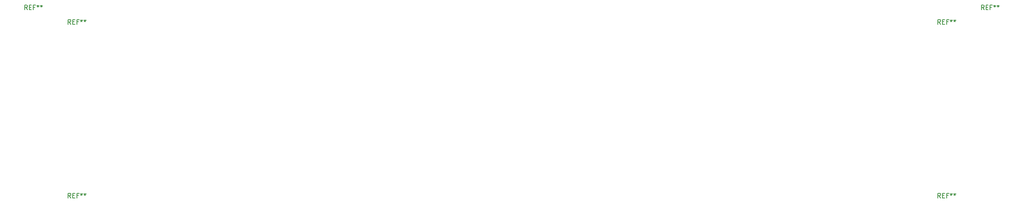
<source format=gbr>
%TF.GenerationSoftware,KiCad,Pcbnew,9.0.3*%
%TF.CreationDate,2025-08-25T21:29:52+09:00*%
%TF.ProjectId,forty,666f7274-792e-46b6-9963-61645f706362,rev?*%
%TF.SameCoordinates,Original*%
%TF.FileFunction,Legend,Top*%
%TF.FilePolarity,Positive*%
%FSLAX46Y46*%
G04 Gerber Fmt 4.6, Leading zero omitted, Abs format (unit mm)*
G04 Created by KiCad (PCBNEW 9.0.3) date 2025-08-25 21:29:52*
%MOMM*%
%LPD*%
G01*
G04 APERTURE LIST*
%ADD10C,0.150000*%
%ADD11C,6.400000*%
%ADD12O,1.000000X2.100000*%
%ADD13O,1.000000X1.600000*%
%ADD14C,0.650000*%
%ADD15C,1.900000*%
%ADD16C,3.000000*%
%ADD17C,3.200000*%
G04 APERTURE END LIST*
D10*
X43910416Y-45492319D02*
X43577083Y-45016128D01*
X43338988Y-45492319D02*
X43338988Y-44492319D01*
X43338988Y-44492319D02*
X43719940Y-44492319D01*
X43719940Y-44492319D02*
X43815178Y-44539938D01*
X43815178Y-44539938D02*
X43862797Y-44587557D01*
X43862797Y-44587557D02*
X43910416Y-44682795D01*
X43910416Y-44682795D02*
X43910416Y-44825652D01*
X43910416Y-44825652D02*
X43862797Y-44920890D01*
X43862797Y-44920890D02*
X43815178Y-44968509D01*
X43815178Y-44968509D02*
X43719940Y-45016128D01*
X43719940Y-45016128D02*
X43338988Y-45016128D01*
X44338988Y-44968509D02*
X44672321Y-44968509D01*
X44815178Y-45492319D02*
X44338988Y-45492319D01*
X44338988Y-45492319D02*
X44338988Y-44492319D01*
X44338988Y-44492319D02*
X44815178Y-44492319D01*
X45577083Y-44968509D02*
X45243750Y-44968509D01*
X45243750Y-45492319D02*
X45243750Y-44492319D01*
X45243750Y-44492319D02*
X45719940Y-44492319D01*
X46243750Y-44492319D02*
X46243750Y-44730414D01*
X46005655Y-44635176D02*
X46243750Y-44730414D01*
X46243750Y-44730414D02*
X46481845Y-44635176D01*
X46100893Y-44920890D02*
X46243750Y-44730414D01*
X46243750Y-44730414D02*
X46386607Y-44920890D01*
X47005655Y-44492319D02*
X47005655Y-44730414D01*
X46767560Y-44635176D02*
X47005655Y-44730414D01*
X47005655Y-44730414D02*
X47243750Y-44635176D01*
X46862798Y-44920890D02*
X47005655Y-44730414D01*
X47005655Y-44730414D02*
X47148512Y-44920890D01*
X253460416Y-45492319D02*
X253127083Y-45016128D01*
X252888988Y-45492319D02*
X252888988Y-44492319D01*
X252888988Y-44492319D02*
X253269940Y-44492319D01*
X253269940Y-44492319D02*
X253365178Y-44539938D01*
X253365178Y-44539938D02*
X253412797Y-44587557D01*
X253412797Y-44587557D02*
X253460416Y-44682795D01*
X253460416Y-44682795D02*
X253460416Y-44825652D01*
X253460416Y-44825652D02*
X253412797Y-44920890D01*
X253412797Y-44920890D02*
X253365178Y-44968509D01*
X253365178Y-44968509D02*
X253269940Y-45016128D01*
X253269940Y-45016128D02*
X252888988Y-45016128D01*
X253888988Y-44968509D02*
X254222321Y-44968509D01*
X254365178Y-45492319D02*
X253888988Y-45492319D01*
X253888988Y-45492319D02*
X253888988Y-44492319D01*
X253888988Y-44492319D02*
X254365178Y-44492319D01*
X255127083Y-44968509D02*
X254793750Y-44968509D01*
X254793750Y-45492319D02*
X254793750Y-44492319D01*
X254793750Y-44492319D02*
X255269940Y-44492319D01*
X255793750Y-44492319D02*
X255793750Y-44730414D01*
X255555655Y-44635176D02*
X255793750Y-44730414D01*
X255793750Y-44730414D02*
X256031845Y-44635176D01*
X255650893Y-44920890D02*
X255793750Y-44730414D01*
X255793750Y-44730414D02*
X255936607Y-44920890D01*
X256555655Y-44492319D02*
X256555655Y-44730414D01*
X256317560Y-44635176D02*
X256555655Y-44730414D01*
X256555655Y-44730414D02*
X256793750Y-44635176D01*
X256412798Y-44920890D02*
X256555655Y-44730414D01*
X256555655Y-44730414D02*
X256698512Y-44920890D01*
X243935416Y-86792319D02*
X243602083Y-86316128D01*
X243363988Y-86792319D02*
X243363988Y-85792319D01*
X243363988Y-85792319D02*
X243744940Y-85792319D01*
X243744940Y-85792319D02*
X243840178Y-85839938D01*
X243840178Y-85839938D02*
X243887797Y-85887557D01*
X243887797Y-85887557D02*
X243935416Y-85982795D01*
X243935416Y-85982795D02*
X243935416Y-86125652D01*
X243935416Y-86125652D02*
X243887797Y-86220890D01*
X243887797Y-86220890D02*
X243840178Y-86268509D01*
X243840178Y-86268509D02*
X243744940Y-86316128D01*
X243744940Y-86316128D02*
X243363988Y-86316128D01*
X244363988Y-86268509D02*
X244697321Y-86268509D01*
X244840178Y-86792319D02*
X244363988Y-86792319D01*
X244363988Y-86792319D02*
X244363988Y-85792319D01*
X244363988Y-85792319D02*
X244840178Y-85792319D01*
X245602083Y-86268509D02*
X245268750Y-86268509D01*
X245268750Y-86792319D02*
X245268750Y-85792319D01*
X245268750Y-85792319D02*
X245744940Y-85792319D01*
X246268750Y-85792319D02*
X246268750Y-86030414D01*
X246030655Y-85935176D02*
X246268750Y-86030414D01*
X246268750Y-86030414D02*
X246506845Y-85935176D01*
X246125893Y-86220890D02*
X246268750Y-86030414D01*
X246268750Y-86030414D02*
X246411607Y-86220890D01*
X247030655Y-85792319D02*
X247030655Y-86030414D01*
X246792560Y-85935176D02*
X247030655Y-86030414D01*
X247030655Y-86030414D02*
X247268750Y-85935176D01*
X246887798Y-86220890D02*
X247030655Y-86030414D01*
X247030655Y-86030414D02*
X247173512Y-86220890D01*
X53435416Y-86792319D02*
X53102083Y-86316128D01*
X52863988Y-86792319D02*
X52863988Y-85792319D01*
X52863988Y-85792319D02*
X53244940Y-85792319D01*
X53244940Y-85792319D02*
X53340178Y-85839938D01*
X53340178Y-85839938D02*
X53387797Y-85887557D01*
X53387797Y-85887557D02*
X53435416Y-85982795D01*
X53435416Y-85982795D02*
X53435416Y-86125652D01*
X53435416Y-86125652D02*
X53387797Y-86220890D01*
X53387797Y-86220890D02*
X53340178Y-86268509D01*
X53340178Y-86268509D02*
X53244940Y-86316128D01*
X53244940Y-86316128D02*
X52863988Y-86316128D01*
X53863988Y-86268509D02*
X54197321Y-86268509D01*
X54340178Y-86792319D02*
X53863988Y-86792319D01*
X53863988Y-86792319D02*
X53863988Y-85792319D01*
X53863988Y-85792319D02*
X54340178Y-85792319D01*
X55102083Y-86268509D02*
X54768750Y-86268509D01*
X54768750Y-86792319D02*
X54768750Y-85792319D01*
X54768750Y-85792319D02*
X55244940Y-85792319D01*
X55768750Y-85792319D02*
X55768750Y-86030414D01*
X55530655Y-85935176D02*
X55768750Y-86030414D01*
X55768750Y-86030414D02*
X56006845Y-85935176D01*
X55625893Y-86220890D02*
X55768750Y-86030414D01*
X55768750Y-86030414D02*
X55911607Y-86220890D01*
X56530655Y-85792319D02*
X56530655Y-86030414D01*
X56292560Y-85935176D02*
X56530655Y-86030414D01*
X56530655Y-86030414D02*
X56768750Y-85935176D01*
X56387798Y-86220890D02*
X56530655Y-86030414D01*
X56530655Y-86030414D02*
X56673512Y-86220890D01*
X243935416Y-48692319D02*
X243602083Y-48216128D01*
X243363988Y-48692319D02*
X243363988Y-47692319D01*
X243363988Y-47692319D02*
X243744940Y-47692319D01*
X243744940Y-47692319D02*
X243840178Y-47739938D01*
X243840178Y-47739938D02*
X243887797Y-47787557D01*
X243887797Y-47787557D02*
X243935416Y-47882795D01*
X243935416Y-47882795D02*
X243935416Y-48025652D01*
X243935416Y-48025652D02*
X243887797Y-48120890D01*
X243887797Y-48120890D02*
X243840178Y-48168509D01*
X243840178Y-48168509D02*
X243744940Y-48216128D01*
X243744940Y-48216128D02*
X243363988Y-48216128D01*
X244363988Y-48168509D02*
X244697321Y-48168509D01*
X244840178Y-48692319D02*
X244363988Y-48692319D01*
X244363988Y-48692319D02*
X244363988Y-47692319D01*
X244363988Y-47692319D02*
X244840178Y-47692319D01*
X245602083Y-48168509D02*
X245268750Y-48168509D01*
X245268750Y-48692319D02*
X245268750Y-47692319D01*
X245268750Y-47692319D02*
X245744940Y-47692319D01*
X246268750Y-47692319D02*
X246268750Y-47930414D01*
X246030655Y-47835176D02*
X246268750Y-47930414D01*
X246268750Y-47930414D02*
X246506845Y-47835176D01*
X246125893Y-48120890D02*
X246268750Y-47930414D01*
X246268750Y-47930414D02*
X246411607Y-48120890D01*
X247030655Y-47692319D02*
X247030655Y-47930414D01*
X246792560Y-47835176D02*
X247030655Y-47930414D01*
X247030655Y-47930414D02*
X247268750Y-47835176D01*
X246887798Y-48120890D02*
X247030655Y-47930414D01*
X247030655Y-47930414D02*
X247173512Y-48120890D01*
X53435416Y-48692319D02*
X53102083Y-48216128D01*
X52863988Y-48692319D02*
X52863988Y-47692319D01*
X52863988Y-47692319D02*
X53244940Y-47692319D01*
X53244940Y-47692319D02*
X53340178Y-47739938D01*
X53340178Y-47739938D02*
X53387797Y-47787557D01*
X53387797Y-47787557D02*
X53435416Y-47882795D01*
X53435416Y-47882795D02*
X53435416Y-48025652D01*
X53435416Y-48025652D02*
X53387797Y-48120890D01*
X53387797Y-48120890D02*
X53340178Y-48168509D01*
X53340178Y-48168509D02*
X53244940Y-48216128D01*
X53244940Y-48216128D02*
X52863988Y-48216128D01*
X53863988Y-48168509D02*
X54197321Y-48168509D01*
X54340178Y-48692319D02*
X53863988Y-48692319D01*
X53863988Y-48692319D02*
X53863988Y-47692319D01*
X53863988Y-47692319D02*
X54340178Y-47692319D01*
X55102083Y-48168509D02*
X54768750Y-48168509D01*
X54768750Y-48692319D02*
X54768750Y-47692319D01*
X54768750Y-47692319D02*
X55244940Y-47692319D01*
X55768750Y-47692319D02*
X55768750Y-47930414D01*
X55530655Y-47835176D02*
X55768750Y-47930414D01*
X55768750Y-47930414D02*
X56006845Y-47835176D01*
X55625893Y-48120890D02*
X55768750Y-47930414D01*
X55768750Y-47930414D02*
X55911607Y-48120890D01*
X56530655Y-47692319D02*
X56530655Y-47930414D01*
X56292560Y-47835176D02*
X56530655Y-47930414D01*
X56530655Y-47930414D02*
X56768750Y-47835176D01*
X56387798Y-48120890D02*
X56530655Y-47930414D01*
X56530655Y-47930414D02*
X56673512Y-48120890D01*
%LPC*%
D11*
%TO.C,REF\u002A\u002A*%
X45243750Y-52387500D03*
%TD*%
D12*
%TO.C,J1*%
X154320000Y-36130000D03*
D13*
X154320000Y-31950000D03*
D12*
X145680000Y-36130000D03*
D13*
X145680000Y-31950000D03*
D14*
X152890000Y-35600000D03*
X147110000Y-35600000D03*
%TD*%
D11*
%TO.C,REF\u002A\u002A*%
X254793750Y-52387500D03*
%TD*%
D15*
%TO.C,SW47*%
X260293750Y-100012500D03*
D16*
X258603750Y-102552500D03*
X252253750Y-105092500D03*
D15*
X249293750Y-100012500D03*
%TD*%
%TO.C,SW32*%
X184093750Y-80962500D03*
D16*
X182403750Y-83502500D03*
X176053750Y-86042500D03*
D15*
X173093750Y-80962500D03*
%TD*%
%TO.C,SW30*%
X145993750Y-80962500D03*
D16*
X144303750Y-83502500D03*
X137953750Y-86042500D03*
D15*
X134993750Y-80962500D03*
%TD*%
D17*
%TO.C,REF\u002A\u002A*%
X245268750Y-90487500D03*
%TD*%
D15*
%TO.C,SW10*%
X222193750Y-42862500D03*
D16*
X220503750Y-45402500D03*
X214153750Y-47942500D03*
D15*
X211193750Y-42862500D03*
%TD*%
%TO.C,SW38*%
X69793750Y-100012500D03*
D16*
X68103750Y-102552500D03*
X61753750Y-105092500D03*
D15*
X58793750Y-100012500D03*
%TD*%
D17*
%TO.C,REF\u002A\u002A*%
X54768750Y-90487500D03*
%TD*%
D15*
%TO.C,SW15*%
X88843750Y-61912500D03*
D16*
X87153750Y-64452500D03*
X80803750Y-66992500D03*
D15*
X77843750Y-61912500D03*
%TD*%
%TO.C,SW25*%
X50743750Y-80962500D03*
D16*
X49053750Y-83502500D03*
X42703750Y-86042500D03*
D15*
X39743750Y-80962500D03*
%TD*%
D17*
%TO.C,REF\u002A\u002A*%
X245268750Y-52387500D03*
%TD*%
D15*
%TO.C,SW5*%
X126943750Y-42862500D03*
D16*
X125253750Y-45402500D03*
X118903750Y-47942500D03*
D15*
X115943750Y-42862500D03*
%TD*%
%TO.C,SW24*%
X260293750Y-61912500D03*
D16*
X258603750Y-64452500D03*
X252253750Y-66992500D03*
D15*
X249293750Y-61912500D03*
%TD*%
%TO.C,SW37*%
X50743750Y-100012500D03*
D16*
X49053750Y-102552500D03*
X42703750Y-105092500D03*
D15*
X39743750Y-100012500D03*
%TD*%
%TO.C,SW23*%
X241243750Y-61912500D03*
D16*
X239553750Y-64452500D03*
X233203750Y-66992500D03*
D15*
X230243750Y-61912500D03*
%TD*%
%TO.C,SW42*%
X155518750Y-100012500D03*
D16*
X153828750Y-102552500D03*
X147478750Y-105092500D03*
D15*
X144518750Y-100012500D03*
%TD*%
%TO.C,SW20*%
X184093750Y-61912500D03*
D16*
X182403750Y-64452500D03*
X176053750Y-66992500D03*
D15*
X173093750Y-61912500D03*
%TD*%
%TO.C,SW18*%
X145993750Y-61912500D03*
D16*
X144303750Y-64452500D03*
X137953750Y-66992500D03*
D15*
X134993750Y-61912500D03*
%TD*%
%TO.C,SW7*%
X165043750Y-42862500D03*
D16*
X163353750Y-45402500D03*
X157003750Y-47942500D03*
D15*
X154043750Y-42862500D03*
%TD*%
%TO.C,SW8*%
X184093750Y-42862500D03*
D16*
X182403750Y-45402500D03*
X176053750Y-47942500D03*
D15*
X173093750Y-42862500D03*
%TD*%
%TO.C,SW29*%
X126943750Y-80962500D03*
D16*
X125253750Y-83502500D03*
X118903750Y-86042500D03*
D15*
X115943750Y-80962500D03*
%TD*%
%TO.C,SW11*%
X241243750Y-42862500D03*
D16*
X239553750Y-45402500D03*
X233203750Y-47942500D03*
D15*
X230243750Y-42862500D03*
%TD*%
%TO.C,SW21*%
X203143750Y-61912500D03*
D16*
X201453750Y-64452500D03*
X195103750Y-66992500D03*
D15*
X192143750Y-61912500D03*
%TD*%
%TO.C,SW22*%
X222193750Y-61912500D03*
D16*
X220503750Y-64452500D03*
X214153750Y-66992500D03*
D15*
X211193750Y-61912500D03*
%TD*%
%TO.C,SW44*%
X203143750Y-100012500D03*
D16*
X201453750Y-102552500D03*
X195103750Y-105092500D03*
D15*
X192143750Y-100012500D03*
%TD*%
D17*
%TO.C,REF\u002A\u002A*%
X54768750Y-52387500D03*
%TD*%
D15*
%TO.C,SW45*%
X222193750Y-100012500D03*
D16*
X220503750Y-102552500D03*
X214153750Y-105092500D03*
D15*
X211193750Y-100012500D03*
%TD*%
%TO.C,SW33*%
X203143750Y-80962500D03*
D16*
X201453750Y-83502500D03*
X195103750Y-86042500D03*
D15*
X192143750Y-80962500D03*
%TD*%
%TO.C,SW4*%
X107893750Y-42862500D03*
D16*
X106203750Y-45402500D03*
X99853750Y-47942500D03*
D15*
X96893750Y-42862500D03*
%TD*%
%TO.C,SW46*%
X241243750Y-100012500D03*
D16*
X239553750Y-102552500D03*
X233203750Y-105092500D03*
D15*
X230243750Y-100012500D03*
%TD*%
%TO.C,SW43*%
X184093750Y-100012500D03*
D16*
X182403750Y-102552500D03*
X176053750Y-105092500D03*
D15*
X173093750Y-100012500D03*
%TD*%
%TO.C,SW2*%
X69793750Y-42862500D03*
D16*
X68103750Y-45402500D03*
X61753750Y-47942500D03*
D15*
X58793750Y-42862500D03*
%TD*%
%TO.C,SW17*%
X126943750Y-61912500D03*
D16*
X125253750Y-64452500D03*
X118903750Y-66992500D03*
D15*
X115943750Y-61912500D03*
%TD*%
%TO.C,SW26*%
X69793750Y-80962500D03*
D16*
X68103750Y-83502500D03*
X61753750Y-86042500D03*
D15*
X58793750Y-80962500D03*
%TD*%
%TO.C,SW1*%
X50743750Y-42862500D03*
D16*
X49053750Y-45402500D03*
X42703750Y-47942500D03*
D15*
X39743750Y-42862500D03*
%TD*%
%TO.C,SW6*%
X145993750Y-42862500D03*
D16*
X144303750Y-45402500D03*
X137953750Y-47942500D03*
D15*
X134993750Y-42862500D03*
%TD*%
%TO.C,SW12*%
X260293750Y-42862500D03*
D16*
X258603750Y-45402500D03*
X252253750Y-47942500D03*
D15*
X249293750Y-42862500D03*
%TD*%
%TO.C,SW40*%
X107893750Y-100012500D03*
D16*
X106203750Y-102552500D03*
X99853750Y-105092500D03*
D15*
X96893750Y-100012500D03*
%TD*%
%TO.C,SW14*%
X69793750Y-61912500D03*
D16*
X68103750Y-64452500D03*
X61753750Y-66992500D03*
D15*
X58793750Y-61912500D03*
%TD*%
%TO.C,SW34*%
X222193750Y-80962500D03*
D16*
X220503750Y-83502500D03*
X214153750Y-86042500D03*
D15*
X211193750Y-80962500D03*
%TD*%
%TO.C,SW16*%
X107893750Y-61912500D03*
D16*
X106203750Y-64452500D03*
X99853750Y-66992500D03*
D15*
X96893750Y-61912500D03*
%TD*%
%TO.C,SW36*%
X260293750Y-80962500D03*
D16*
X258603750Y-83502500D03*
X252253750Y-86042500D03*
D15*
X249293750Y-80962500D03*
%TD*%
%TO.C,SW39*%
X88843750Y-100012500D03*
D16*
X87153750Y-102552500D03*
X80803750Y-105092500D03*
D15*
X77843750Y-100012500D03*
%TD*%
%TO.C,SW19*%
X165043750Y-61912500D03*
D16*
X163353750Y-64452500D03*
X157003750Y-66992500D03*
D15*
X154043750Y-61912500D03*
%TD*%
%TO.C,SW13*%
X50743750Y-61912500D03*
D16*
X49053750Y-64452500D03*
X42703750Y-66992500D03*
D15*
X39743750Y-61912500D03*
%TD*%
%TO.C,SW31*%
X165043750Y-80962500D03*
D16*
X163353750Y-83502500D03*
X157003750Y-86042500D03*
D15*
X154043750Y-80962500D03*
%TD*%
%TO.C,SW28*%
X107893750Y-80962500D03*
D16*
X106203750Y-83502500D03*
X99853750Y-86042500D03*
D15*
X96893750Y-80962500D03*
%TD*%
%TO.C,SW3*%
X88843750Y-42862500D03*
D16*
X87153750Y-45402500D03*
X80803750Y-47942500D03*
D15*
X77843750Y-42862500D03*
%TD*%
%TO.C,SW41*%
X126943750Y-100012500D03*
D16*
X125253750Y-102552500D03*
X118903750Y-105092500D03*
D15*
X115943750Y-100012500D03*
%TD*%
%TO.C,SW9*%
X203143750Y-42862500D03*
D16*
X201453750Y-45402500D03*
X195103750Y-47942500D03*
D15*
X192143750Y-42862500D03*
%TD*%
%TO.C,SW27*%
X88843750Y-80962500D03*
D16*
X87153750Y-83502500D03*
X80803750Y-86042500D03*
D15*
X77843750Y-80962500D03*
%TD*%
%TO.C,SW35*%
X241243750Y-80962500D03*
D16*
X239553750Y-83502500D03*
X233203750Y-86042500D03*
D15*
X230243750Y-80962500D03*
%TD*%
%LPD*%
M02*

</source>
